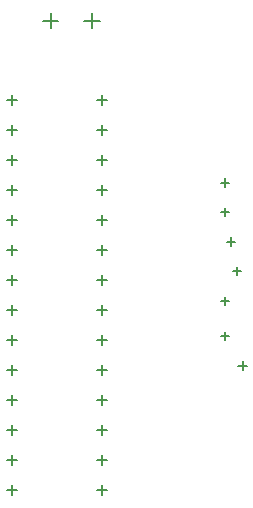
<source format=gbr>
%FSTAX23Y23*%
%MOIN*%
%SFA1B1*%

%IPPOS*%
%ADD38C,0.005000*%
%LNpcb2_drillmap_1-1*%
%LPD*%
G54D38*
X03921Y03374D02*
X03972D01*
X03946Y03348D02*
Y03399D01*
X03783Y03374D02*
X03834D01*
X03809Y03348D02*
Y03399D01*
X03962Y0181D02*
X03997D01*
X0398Y01792D02*
Y01827D01*
X03962Y0191D02*
X03997D01*
X0398Y01892D02*
Y01927D01*
X03962Y0201D02*
X03997D01*
X0398Y01992D02*
Y02027D01*
X03962Y0211D02*
X03997D01*
X0398Y02092D02*
Y02127D01*
X03962Y0221D02*
X03997D01*
X0398Y02192D02*
Y02227D01*
X03962Y0231D02*
X03997D01*
X0398Y02292D02*
Y02327D01*
X03962Y0241D02*
X03997D01*
X0398Y02392D02*
Y02427D01*
X03962Y0251D02*
X03997D01*
X0398Y02492D02*
Y02527D01*
X03962Y0261D02*
X03997D01*
X0398Y02592D02*
Y02627D01*
X03962Y0271D02*
X03997D01*
X0398Y02692D02*
Y02727D01*
X03962Y0281D02*
X03997D01*
X0398Y02792D02*
Y02827D01*
X03962Y0291D02*
X03997D01*
X0398Y02892D02*
Y02927D01*
X03962Y0301D02*
X03997D01*
X0398Y02992D02*
Y03027D01*
X03962Y0311D02*
X03997D01*
X0398Y03092D02*
Y03127D01*
X03662Y0181D02*
X03697D01*
X0368Y01792D02*
Y01827D01*
X03662Y0191D02*
X03697D01*
X0368Y01892D02*
Y01927D01*
X03662Y0201D02*
X03697D01*
X0368Y01992D02*
Y02027D01*
X03662Y0211D02*
X03697D01*
X0368Y02092D02*
Y02127D01*
X03662Y0221D02*
X03697D01*
X0368Y02192D02*
Y02227D01*
X03662Y0231D02*
X03697D01*
X0368Y02292D02*
Y02327D01*
X03662Y0241D02*
X03697D01*
X0368Y02392D02*
Y02427D01*
X03662Y0251D02*
X03697D01*
X0368Y02492D02*
Y02527D01*
X03662Y0261D02*
X03697D01*
X0368Y02592D02*
Y02627D01*
X03662Y0271D02*
X03697D01*
X0368Y02692D02*
Y02727D01*
X03662Y0281D02*
X03697D01*
X0368Y02792D02*
Y02827D01*
X03662Y0291D02*
X03697D01*
X0368Y02892D02*
Y02927D01*
X03662Y0301D02*
X03697D01*
X0368Y02992D02*
Y03027D01*
X03662Y0311D02*
X03697D01*
X0368Y03092D02*
Y03127D01*
X04375Y02834D02*
X04403D01*
X04389Y0282D02*
Y02848D01*
X04375Y02736D02*
X04403D01*
X04389Y02722D02*
Y0275D01*
X04395Y02637D02*
X04423D01*
X04409Y02623D02*
Y02651D01*
X04415Y02539D02*
X04443D01*
X04429Y02525D02*
Y02553D01*
X04375Y0244D02*
X04403D01*
X04389Y02426D02*
Y02454D01*
X04375Y02322D02*
X04403D01*
X04389Y02308D02*
Y02336D01*
X04434Y02224D02*
X04462D01*
X04448Y0221D02*
Y02238D01*
M02*
</source>
